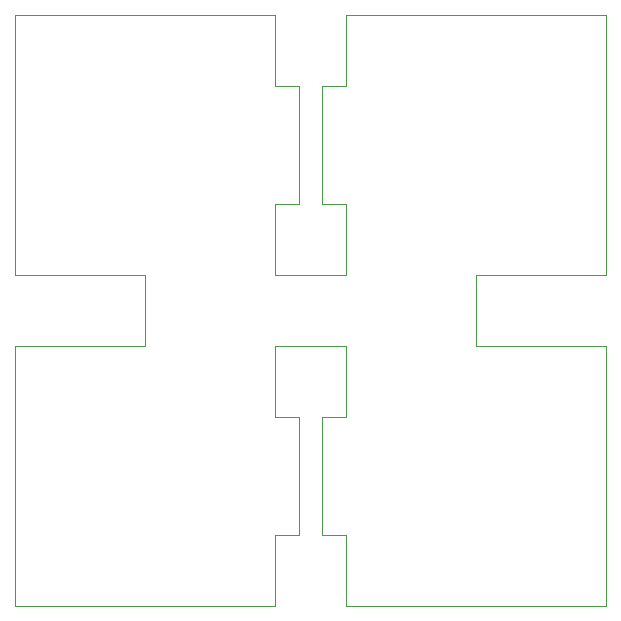
<source format=gbr>
G04 #@! TF.FileFunction,Profile,NP*
%FSLAX46Y46*%
G04 Gerber Fmt 4.6, Leading zero omitted, Abs format (unit mm)*
G04 Created by KiCad (PCBNEW (after 2015-mar-04 BZR unknown)-product) date 06/27/15 23:08:47*
%MOMM*%
G01*
G04 APERTURE LIST*
%ADD10C,0.100000*%
G04 APERTURE END LIST*
D10*
X150000000Y-100000000D02*
X172000000Y-100000000D01*
X172000000Y-100000000D02*
X172000000Y-106000000D01*
X172000000Y-106000000D02*
X174000000Y-106000000D01*
X174000000Y-106000000D02*
X174000000Y-116000000D01*
X174000000Y-116000000D02*
X172000000Y-116000000D01*
X172000000Y-116000000D02*
X172000000Y-122000000D01*
X172000000Y-122000000D02*
X178000000Y-122000000D01*
X178000000Y-122000000D02*
X178000000Y-116000000D01*
X178000000Y-116000000D02*
X176000000Y-116000000D01*
X176000000Y-116000000D02*
X176000000Y-106000000D01*
X176000000Y-106000000D02*
X178000000Y-106000000D01*
X178000000Y-106000000D02*
X178000000Y-100000000D01*
X178000000Y-100000000D02*
X200000000Y-100000000D01*
X200000000Y-100000000D02*
X200000000Y-122000000D01*
X200000000Y-122000000D02*
X189000000Y-122000000D01*
X189000000Y-122000000D02*
X189000000Y-128000000D01*
X189000000Y-128000000D02*
X200000000Y-128000000D01*
X200000000Y-128000000D02*
X200000000Y-150000000D01*
X200000000Y-150000000D02*
X178000000Y-150000000D01*
X178000000Y-150000000D02*
X178000000Y-144000000D01*
X178000000Y-144000000D02*
X176000000Y-144000000D01*
X176000000Y-144000000D02*
X176000000Y-134000000D01*
X176000000Y-134000000D02*
X178000000Y-134000000D01*
X178000000Y-134000000D02*
X178000000Y-128000000D01*
X178000000Y-128000000D02*
X172000000Y-128000000D01*
X172000000Y-128000000D02*
X172000000Y-134000000D01*
X172000000Y-134000000D02*
X174000000Y-134000000D01*
X174000000Y-134000000D02*
X174000000Y-144000000D01*
X174000000Y-144000000D02*
X172000000Y-144000000D01*
X172000000Y-144000000D02*
X172000000Y-150000000D01*
X172000000Y-150000000D02*
X150000000Y-150000000D01*
X150000000Y-150000000D02*
X150000000Y-128000000D01*
X150000000Y-128000000D02*
X161000000Y-128000000D01*
X161000000Y-128000000D02*
X161000000Y-122000000D01*
X161000000Y-122000000D02*
X150000000Y-122000000D01*
X150000000Y-122000000D02*
X150000000Y-100000000D01*
M02*

</source>
